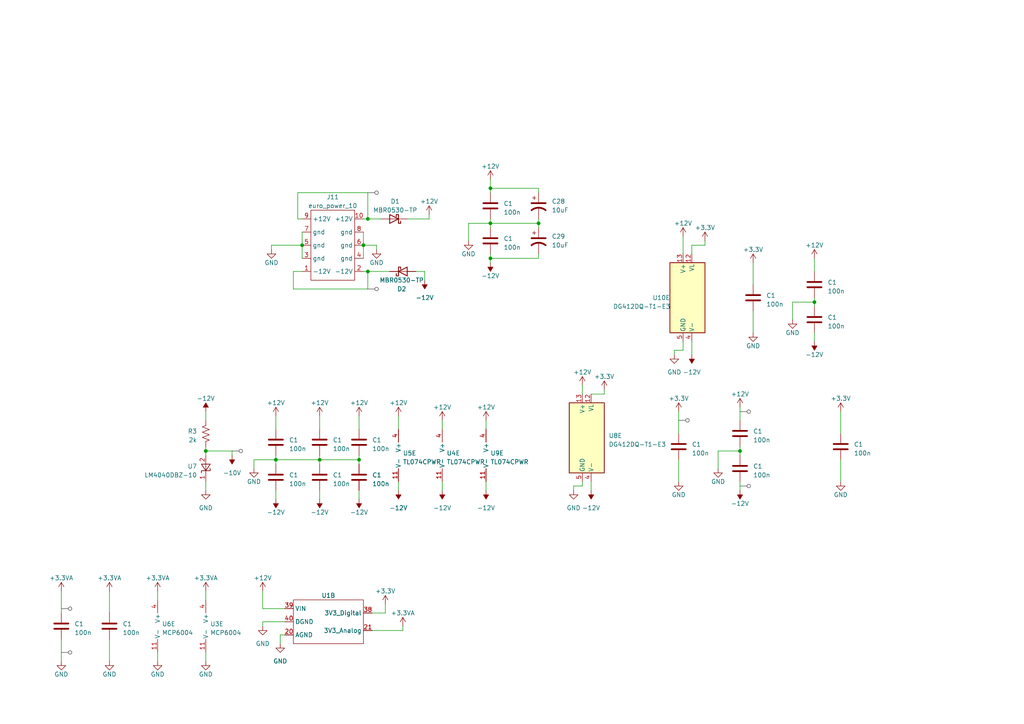
<source format=kicad_sch>
(kicad_sch (version 20230121) (generator eeschema)
  (paper "A4")
  (lib_symbols
    (symbol "Amplifier_Operational:MCP6004" (pin_names (offset 0.127))
      (property "Reference" "U" (at 0 5.08 0))
      (property "Value" "MCP6004" (at 0 -5.08 0))
      (symbol "MCP6004_1_1"
        (polyline (pts (xy -5.08 5.08) (xy 5.08 0) (xy -5.08 -5.08) (xy -5.08 5.08)) (stroke (width 0.254)) (fill (type background)))
        (pin output line (at 7.62 0 180) (length 2.54) (name "~") (number "1"))
        (pin input line (at -7.62 -2.54 0) (length 2.54) (name "-") (number "2"))
        (pin input line (at -7.62 2.54 0) (length 2.54) (name "+") (number "3"))
      )
      (symbol "MCP6004_2_1"
        (polyline (pts (xy -5.08 5.08) (xy 5.08 0) (xy -5.08 -5.08) (xy -5.08 5.08)) (stroke (width 0.254)) (fill (type background)))
        (pin input line (at -7.62 2.54 0) (length 2.54) (name "+") (number "5"))
        (pin input line (at -7.62 -2.54 0) (length 2.54) (name "-") (number "6"))
        (pin output line (at 7.62 0 180) (length 2.54) (name "~") (number "7"))
      )
      (symbol "MCP6004_3_1"
        (polyline (pts (xy -5.08 5.08) (xy 5.08 0) (xy -5.08 -5.08) (xy -5.08 5.08)) (stroke (width 0.254)) (fill (type background)))
        (pin input line (at -7.62 2.54 0) (length 2.54) (name "+") (number "10"))
        (pin output line (at 7.62 0 180) (length 2.54) (name "~") (number "8"))
        (pin input line (at -7.62 -2.54 0) (length 2.54) (name "-") (number "9"))
      )
      (symbol "MCP6004_4_1"
        (polyline (pts (xy -5.08 5.08) (xy 5.08 0) (xy -5.08 -5.08) (xy -5.08 5.08)) (stroke (width 0.254)) (fill (type background)))
        (pin input line (at -7.62 2.54 0) (length 2.54) (name "+") (number "12"))
        (pin input line (at -7.62 -2.54 0) (length 2.54) (name "-") (number "13"))
        (pin output line (at 7.62 0 180) (length 2.54) (name "~") (number "14"))
      )
      (symbol "MCP6004_5_1"
        (pin power_in line (at -2.54 -7.62 90) (length 3.81) (name "V-") (number "11"))
        (pin power_in line (at -2.54 7.62 270) (length 3.81) (name "V+") (number "4"))
      )
    )
    (symbol "Amplifier_Operational:TL074" (pin_names (offset 0.127))
      (property "Reference" "U" (at 0 5.08 0))
      (property "Value" "TL074" (at 0 -5.08 0))
      (symbol "TL074_1_1"
        (polyline (pts (xy -5.08 5.08) (xy 5.08 0) (xy -5.08 -5.08) (xy -5.08 5.08)) (stroke (width 0.254)) (fill (type background)))
        (pin output line (at 7.62 0 180) (length 2.54) (name "~") (number "1"))
        (pin input line (at -7.62 -2.54 0) (length 2.54) (name "-") (number "2"))
        (pin input line (at -7.62 2.54 0) (length 2.54) (name "+") (number "3"))
      )
      (symbol "TL074_2_1"
        (polyline (pts (xy -5.08 5.08) (xy 5.08 0) (xy -5.08 -5.08) (xy -5.08 5.08)) (stroke (width 0.254)) (fill (type background)))
        (pin input line (at -7.62 2.54 0) (length 2.54) (name "+") (number "5"))
        (pin input line (at -7.62 -2.54 0) (length 2.54) (name "-") (number "6"))
        (pin output line (at 7.62 0 180) (length 2.54) (name "~") (number "7"))
      )
      (symbol "TL074_3_1"
        (polyline (pts (xy -5.08 5.08) (xy 5.08 0) (xy -5.08 -5.08) (xy -5.08 5.08)) (stroke (width 0.254)) (fill (type background)))
        (pin input line (at -7.62 2.54 0) (length 2.54) (name "+") (number "10"))
        (pin output line (at 7.62 0 180) (length 2.54) (name "~") (number "8"))
        (pin input line (at -7.62 -2.54 0) (length 2.54) (name "-") (number "9"))
      )
      (symbol "TL074_4_1"
        (polyline (pts (xy -5.08 5.08) (xy 5.08 0) (xy -5.08 -5.08) (xy -5.08 5.08)) (stroke (width 0.254)) (fill (type background)))
        (pin input line (at -7.62 2.54 0) (length 2.54) (name "+") (number "12"))
        (pin input line (at -7.62 -2.54 0) (length 2.54) (name "-") (number "13"))
        (pin output line (at 7.62 0 180) (length 2.54) (name "~") (number "14"))
      )
      (symbol "TL074_5_1"
        (pin power_in line (at -2.54 -7.62 90) (length 3.81) (name "V-") (number "11"))
        (pin power_in line (at -2.54 7.62 270) (length 3.81) (name "V+") (number "4"))
      )
    )
    (symbol "Analog_Switch:DG412xUE" (pin_names (offset 0.254))
      (property "Reference" "U" (at -3.175 5.334 0))
      (property "Value" "DG412xUE" (at -3.175 3.556 0))
      (symbol "DG412xUE_1_1"
        (rectangle (start -3.81 2.54) (end 3.81 -2.54) (stroke (width 0.254)) (fill (type background)))
        (circle (center -2.159 0) (radius 0.508) (stroke (width 0.254)))
        (polyline (pts (xy -5.08 0) (xy -2.794 0)))
        (polyline (pts (xy -2.54 0.762) (xy 2.54 1.778)) (stroke (width 0.254)))
        (polyline (pts (xy 0 -2.54) (xy 0 -2.032)))
        (polyline (pts (xy 0 -1.778) (xy 0 -1.524)))
        (polyline (pts (xy 0 -1.27) (xy 0 -1.016)))
        (polyline (pts (xy 0 -0.762) (xy 0 -0.508)))
        (polyline (pts (xy 0 -0.254) (xy 0 0)))
        (polyline (pts (xy 0 0.254) (xy 0 0.508)))
        (polyline (pts (xy 0 0.762) (xy 0 1.016)))
        (polyline (pts (xy 5.08 0) (xy 2.794 0)))
        (circle (center 2.159 0) (radius 0.508) (stroke (width 0.254)))
        (pin input line (at 0 -5.08 90) (length 2.54) (name "~") (number "1"))
        (pin passive line (at -7.62 0 0) (length 2.54) (name "~") (number "2"))
        (pin passive line (at 7.62 0 180) (length 2.54) (name "~") (number "3"))
      )
      (symbol "DG412xUE_2_1"
        (rectangle (start -3.81 2.54) (end 3.81 -2.54) (stroke (width 0.254)) (fill (type background)))
        (circle (center -2.159 0) (radius 0.508) (stroke (width 0.254)))
        (polyline (pts (xy -5.08 0) (xy -2.794 0)))
        (polyline (pts (xy -2.54 0.762) (xy 2.54 1.778)) (stroke (width 0.254)))
        (polyline (pts (xy 0 -2.54) (xy 0 -2.032)))
        (polyline (pts (xy 0 -1.778) (xy 0 -1.524)))
        (polyline (pts (xy 0 -1.27) (xy 0 -1.016)))
        (polyline (pts (xy 0 -0.762) (xy 0 -0.508)))
        (polyline (pts (xy 0 -0.254) (xy 0 0)))
        (polyline (pts (xy 0 0.254) (xy 0 0.508)))
        (polyline (pts (xy 0 0.762) (xy 0 1.016)))
        (polyline (pts (xy 5.08 0) (xy 2.794 0)))
        (circle (center 2.159 0) (radius 0.508) (stroke (width 0.254)))
        (pin passive line (at -7.62 0 0) (length 2.54) (name "~") (number "6"))
        (pin passive line (at 7.62 0 180) (length 2.54) (name "~") (number "7"))
        (pin input line (at 0 -5.08 90) (length 2.54) (name "~") (number "8"))
      )
      (symbol "DG412xUE_3_1"
        (rectangle (start -3.81 2.54) (end 3.81 -2.54) (stroke (width 0.254)) (fill (type background)))
        (circle (center -2.159 0) (radius 0.508) (stroke (width 0.254)))
        (polyline (pts (xy -5.08 0) (xy -2.794 0)))
        (polyline (pts (xy -2.54 0.762) (xy 2.54 1.778)) (stroke (width 0.254)))
        (polyline (pts (xy 0 -2.54) (xy 0 -2.032)))
        (polyline (pts (xy 0 -1.778) (xy 0 -1.524)))
        (polyline (pts (xy 0 -1.27) (xy 0 -1.016)))
        (polyline (pts (xy 0 -0.762) (xy 0 -0.508)))
        (polyline (pts (xy 0 -0.254) (xy 0 0)))
        (polyline (pts (xy 0 0.254) (xy 0 0.508)))
        (polyline (pts (xy 0 0.762) (xy 0 1.016)))
        (polyline (pts (xy 5.08 0) (xy 2.794 0)))
        (circle (center 2.159 0) (radius 0.508) (stroke (width 0.254)))
        (pin passive line (at -7.62 0 0) (length 2.54) (name "~") (number "10"))
        (pin passive line (at 7.62 0 180) (length 2.54) (name "~") (number "11"))
        (pin input line (at 0 -5.08 90) (length 2.54) (name "~") (number "9"))
      )
      (symbol "DG412xUE_4_1"
        (rectangle (start -3.81 2.54) (end 3.81 -2.54) (stroke (width 0.254)) (fill (type background)))
        (circle (center -2.159 0) (radius 0.508) (stroke (width 0.254)))
        (polyline (pts (xy -5.08 0) (xy -2.794 0)))
        (polyline (pts (xy -2.54 0.762) (xy 2.54 1.778)) (stroke (width 0.254)))
        (polyline (pts (xy 0 -2.54) (xy 0 -2.032)))
        (polyline (pts (xy 0 -1.778) (xy 0 -1.524)))
        (polyline (pts (xy 0 -1.27) (xy 0 -1.016)))
        (polyline (pts (xy 0 -0.762) (xy 0 -0.508)))
        (polyline (pts (xy 0 -0.254) (xy 0 0)))
        (polyline (pts (xy 0 0.254) (xy 0 0.508)))
        (polyline (pts (xy 0 0.762) (xy 0 1.016)))
        (polyline (pts (xy 5.08 0) (xy 2.794 0)))
        (circle (center 2.159 0) (radius 0.508) (stroke (width 0.254)))
        (pin passive line (at 7.62 0 180) (length 2.54) (name "~") (number "14"))
        (pin passive line (at -7.62 0 0) (length 2.54) (name "~") (number "15"))
        (pin input line (at 0 -5.08 90) (length 2.54) (name "~") (number "16"))
      )
      (symbol "DG412xUE_5_0"
        (pin power_in line (at 2.54 12.7 270) (length 2.54) (name "VL") (number "12"))
        (pin power_in line (at 0 12.7 270) (length 2.54) (name "V+") (number "13"))
        (pin power_in line (at 2.54 -12.7 90) (length 2.54) (name "V-") (number "4"))
        (pin power_in line (at 0 -12.7 90) (length 2.54) (name "GND") (number "5"))
      )
      (symbol "DG412xUE_5_1"
        (rectangle (start -3.81 10.16) (end 6.35 -10.16) (stroke (width 0.254)) (fill (type background)))
      )
    )
    (symbol "Device:C" (pin_numbers hide) (pin_names (offset 0.254))
      (property "Reference" "C" (at 0.635 2.54 0))
      (property "Value" "C" (at 0.635 -2.54 0))
      (symbol "C_0_1"
        (polyline (pts (xy -2.032 -0.762) (xy 2.032 -0.762)) (stroke (width 0.508)))
        (polyline (pts (xy -2.032 0.762) (xy 2.032 0.762)) (stroke (width 0.508)))
      )
      (symbol "C_1_1"
        (pin passive line (at 0 3.81 270) (length 2.794) (name "~") (number "1"))
        (pin passive line (at 0 -3.81 90) (length 2.794) (name "~") (number "2"))
      )
    )
    (symbol "Device:C_Polarized_US" (pin_numbers hide) (pin_names (offset 0.254) hide)
      (property "Reference" "C" (at 0.635 2.54 0))
      (property "Value" "C_Polarized_US" (at 0.635 -2.54 0))
      (symbol "C_Polarized_US_0_1"
        (polyline (pts (xy -2.032 0.762) (xy 2.032 0.762)) (stroke (width 0.508)))
        (polyline (pts (xy -1.778 2.286) (xy -0.762 2.286)))
        (polyline (pts (xy -1.27 1.778) (xy -1.27 2.794)))
        (arc (start 2.032 -1.27) (mid 0 -0.5572) (end -2.032 -1.27) (stroke (width 0.508)))
      )
      (symbol "C_Polarized_US_1_1"
        (pin passive line (at 0 3.81 270) (length 2.794) (name "~") (number "1"))
        (pin passive line (at 0 -3.81 90) (length 3.302) (name "~") (number "2"))
      )
    )
    (symbol "Device:D_Schottky" (pin_numbers hide) (pin_names (offset 1.016) hide)
      (property "Reference" "D" (at 0 2.54 0))
      (property "Value" "D_Schottky" (at 0 -2.54 0))
      (symbol "D_Schottky_0_1"
        (polyline (pts (xy 1.27 0) (xy -1.27 0)))
        (polyline (pts (xy 1.27 1.27) (xy 1.27 -1.27) (xy -1.27 0) (xy 1.27 1.27)) (stroke (width 0.254)))
        (polyline (pts (xy -1.905 0.635) (xy -1.905 1.27) (xy -1.27 1.27) (xy -1.27 -1.27) (xy -0.635 -1.27) (xy -0.635 -0.635)) (stroke (width 0.254)))
      )
      (symbol "D_Schottky_1_1"
        (pin passive line (at -3.81 0 0) (length 2.54) (name "K") (number "1"))
        (pin passive line (at 3.81 0 180) (length 2.54) (name "A") (number "2"))
      )
    )
    (symbol "Device:R_US" (pin_numbers hide) (pin_names (offset 0))
      (property "Reference" "R" (at 2.54 0 90))
      (property "Value" "R_US" (at -2.54 0 90))
      (symbol "R_US_0_1"
        (polyline (pts (xy 0 -2.286) (xy 0 -2.54)))
        (polyline (pts (xy 0 2.286) (xy 0 2.54)))
        (polyline (pts (xy 0 -0.762) (xy 1.016 -1.143) (xy 0 -1.524) (xy -1.016 -1.905) (xy 0 -2.286)))
        (polyline (pts (xy 0 0.762) (xy 1.016 0.381) (xy 0 0) (xy -1.016 -0.381) (xy 0 -0.762)))
        (polyline (pts (xy 0 2.286) (xy 1.016 1.905) (xy 0 1.524) (xy -1.016 1.143) (xy 0 0.762)))
      )
      (symbol "R_US_1_1"
        (pin passive line (at 0 3.81 270) (length 1.27) (name "~") (number "1"))
        (pin passive line (at 0 -3.81 90) (length 1.27) (name "~") (number "2"))
      )
    )
    (symbol "Reference_Voltage:LM4040DBZ-10" (pin_names (offset 0.0254) hide)
      (property "Reference" "U" (at 0 2.54 0))
      (property "Value" "LM4040DBZ-10" (at 0 -3.175 0))
      (symbol "LM4040DBZ-10_0_1"
        (polyline (pts (xy -1.27 0) (xy 0 0) (xy 1.27 0)))
        (polyline (pts (xy -1.27 -1.27) (xy 0.635 0) (xy -1.27 1.27) (xy -1.27 -1.27)) (stroke (width 0.2032)))
        (polyline (pts (xy 0 -1.27) (xy 0.635 -1.27) (xy 0.635 1.27) (xy 1.27 1.27)) (stroke (width 0.2032)))
      )
      (symbol "LM4040DBZ-10_1_1"
        (pin passive line (at 3.81 0 180) (length 2.54) (name "K") (number "1"))
        (pin passive line (at -3.81 0 0) (length 2.54) (name "A") (number "2"))
      )
    )
    (symbol "power:+12V" (power) (pin_names (offset 0))
      (property "Value" "+12V" (at 0 3.556 0))
      (symbol "+12V_0_1"
        (polyline (pts (xy -0.762 1.27) (xy 0 2.54)))
        (polyline (pts (xy 0 0) (xy 0 2.54)))
        (polyline (pts (xy 0 2.54) (xy 0.762 1.27)))
      )
      (symbol "+12V_1_1"
        (pin power_in line (at 0 0 90) (length 0) hide (name "+12V") (number "1"))
      )
    )
    (symbol "power:+3.3V" (power) (pin_names (offset 0))
      (property "Value" "+3.3V" (at 0 3.556 0))
      (symbol "+3.3V_0_1"
        (polyline (pts (xy -0.762 1.27) (xy 0 2.54)))
        (polyline (pts (xy 0 0) (xy 0 2.54)))
        (polyline (pts (xy 0 2.54) (xy 0.762 1.27)))
      )
      (symbol "+3.3V_1_1"
        (pin power_in line (at 0 0 90) (length 0) hide (name "+3.3V") (number "1"))
      )
    )
    (symbol "power:+3.3VA" (power) (pin_names (offset 0))
      (property "Value" "+3.3VA" (at 0 3.556 0))
      (symbol "+3.3VA_0_1"
        (polyline (pts (xy -0.762 1.27) (xy 0 2.54)))
        (polyline (pts (xy 0 0) (xy 0 2.54)))
        (polyline (pts (xy 0 2.54) (xy 0.762 1.27)))
      )
      (symbol "+3.3VA_1_1"
        (pin power_in line (at 0 0 90) (length 0) hide (name "+3.3VA") (number "1"))
      )
    )
    (symbol "power:-10V" (power) (pin_names (offset 0))
      (property "Value" "-10V" (at 0 3.81 0))
      (symbol "-10V_0_0"
        (pin power_in line (at 0 0 90) (length 0) hide (name "-10V") (number "1"))
      )
      (symbol "-10V_0_1"
        (polyline (pts (xy 0 0) (xy 0 1.27) (xy 0.762 1.27) (xy 0 2.54) (xy -0.762 1.27) (xy 0 1.27)) (fill (type outline)))
      )
    )
    (symbol "power:-12V" (power) (pin_names (offset 0))
      (property "Value" "-12V" (at 0 3.81 0))
      (symbol "-12V_0_0"
        (pin power_in line (at 0 0 90) (length 0) hide (name "-12V") (number "1"))
      )
      (symbol "-12V_0_1"
        (polyline (pts (xy 0 0) (xy 0 1.27) (xy 0.762 1.27) (xy 0 2.54) (xy -0.762 1.27) (xy 0 1.27)) (fill (type outline)))
      )
    )
    (symbol "power:GND" (power) (pin_names (offset 0))
      (property "Value" "GND" (at 0 -3.81 0))
      (symbol "GND_0_1"
        (polyline (pts (xy 0 0) (xy 0 -1.27) (xy 1.27 -1.27) (xy 0 -2.54) (xy -1.27 -1.27) (xy 0 -1.27)))
      )
      (symbol "GND_1_1"
        (pin power_in line (at 0 0 270) (length 0) hide (name "GND") (number "1"))
      )
    )
    (symbol "synthesis:daisy_seed"
      (property "Reference" "U" (at -6.35 1.27 0))
      (symbol "daisy_seed_1_1"
        (rectangle (start -11.43 0) (end -11.43 0))
        (rectangle (start -11.43 0) (end 11.43 -43.18))
        (pin input line (at 13.97 -38.1 180) (length 2.54) (name "D0") (number "1"))
        (pin input line (at 13.97 -15.24 180) (length 2.54) (name "D9") (number "10"))
        (pin input line (at 13.97 -12.7 180) (length 2.54) (name "D10") (number "11"))
        (pin input line (at 13.97 -10.16 180) (length 2.54) (name "D11") (number "12"))
        (pin input line (at 13.97 -7.62 180) (length 2.54) (name "D12") (number "13"))
        (pin input line (at 13.97 -5.08 180) (length 2.54) (name "D13") (number "14"))
        (pin input line (at 13.97 -2.54 180) (length 2.54) (name "D14") (number "15"))
        (pin input line (at 13.97 -35.56 180) (length 2.54) (name "D1") (number "2"))
        (pin bidirectional line (at -13.97 -2.54 0) (length 2.54) (name "A0/D15") (number "22"))
        (pin bidirectional line (at -13.97 -5.08 0) (length 2.54) (name "A1/D16") (number "23"))
        (pin bidirectional line (at -13.97 -7.62 0) (length 2.54) (name "A2/D17") (number "24"))
        (pin bidirectional line (at -13.97 -10.16 0) (length 2.54) (name "A3/D18") (number "25"))
        (pin bidirectional line (at -13.97 -12.7 0) (length 2.54) (name "A4/D19") (number "26"))
        (pin bidirectional line (at -13.97 -15.24 0) (length 2.54) (name "A5/D20") (number "27"))
        (pin bidirectional line (at -13.97 -17.78 0) (length 2.54) (name "A6/D21") (number "28"))
        (pin bidirectional line (at -13.97 -20.32 0) (length 2.54) (name "A7/D22") (number "29"))
        (pin input line (at 13.97 -33.02 180) (length 2.54) (name "D2") (number "3"))
        (pin bidirectional line (at -13.97 -22.86 0) (length 2.54) (name "A8/D23") (number "30"))
        (pin bidirectional line (at -13.97 -25.4 0) (length 2.54) (name "A9/D24") (number "31"))
        (pin bidirectional line (at -13.97 -27.94 0) (length 2.54) (name "A10/D25") (number "32"))
        (pin bidirectional line (at -13.97 -30.48 0) (length 2.54) (name "D26") (number "33"))
        (pin bidirectional line (at -13.97 -33.02 0) (length 2.54) (name "D27") (number "34"))
        (pin bidirectional line (at -13.97 -35.56 0) (length 2.54) (name "A11/D28") (number "35"))
        (pin bidirectional line (at -13.97 -38.1 0) (length 2.54) (name "D29") (number "36"))
        (pin bidirectional line (at -13.97 -40.64 0) (length 2.54) (name "D30") (number "37"))
        (pin input line (at 13.97 -30.48 180) (length 2.54) (name "D3") (number "4"))
        (pin input line (at 13.97 -27.94 180) (length 2.54) (name "D4") (number "5"))
        (pin input line (at 13.97 -25.4 180) (length 2.54) (name "D5") (number "6"))
        (pin input line (at 13.97 -22.86 180) (length 2.54) (name "D6") (number "7"))
        (pin input line (at 13.97 -20.32 180) (length 2.54) (name "D7") (number "8"))
        (pin input line (at 13.97 -17.78 180) (length 2.54) (name "D8") (number "9"))
      )
      (symbol "daisy_seed_2_1"
        (rectangle (start -10.16 0) (end 10.16 -12.7))
        (pin power_in line (at -12.7 -10.16 0) (length 2.54) (name "AGND") (number "20"))
        (pin power_out line (at 12.7 -8.89 180) (length 2.54) (name "3V3_Analog") (number "21"))
        (pin power_out line (at 12.7 -3.81 180) (length 2.54) (name "3V3_Digital") (number "38"))
        (pin power_in line (at -12.7 -2.54 0) (length 2.54) (name "VIN") (number "39"))
        (pin power_in line (at -12.7 -6.35 0) (length 2.54) (name "DGND") (number "40"))
      )
      (symbol "daisy_seed_3_1"
        (rectangle (start -7.62 0) (end 7.62 -7.62))
        (pin input line (at -10.16 -2.54 0) (length 2.54) (name "in[0]") (number "16"))
        (pin input line (at -10.16 -5.08 0) (length 2.54) (name "in[1]") (number "17"))
        (pin output line (at 10.16 -2.54 180) (length 2.54) (name "out[0]") (number "18"))
        (pin output line (at 10.16 -5.08 180) (length 2.54) (name "out[1]") (number "19"))
      )
    )
    (symbol "synthesis:euro_power_10"
      (property "Reference" "J" (at -5.08 11.43 0))
      (property "Value" "euro_power_10" (at 0 -11.43 0))
      (symbol "euro_power_10_0_1"
        (rectangle (start -6.35 10.16) (end 6.35 -10.16))
      )
      (symbol "euro_power_10_1_1"
        (pin power_in line (at -8.89 -7.62 0) (length 2.54) (name "-12V") (number "1"))
        (pin power_in line (at 8.89 7.62 180) (length 2.54) (name "+12V") (number "10"))
        (pin power_in line (at 8.89 -7.62 180) (length 2.54) (name "-12V") (number "2"))
        (pin power_in line (at -8.89 -3.81 0) (length 2.54) (name "gnd") (number "3"))
        (pin power_in line (at 8.89 -3.81 180) (length 2.54) (name "gnd") (number "4"))
        (pin power_in line (at -8.89 0 0) (length 2.54) (name "gnd") (number "5"))
        (pin power_in line (at 8.89 0 180) (length 2.54) (name "gnd") (number "6"))
        (pin power_in line (at -8.89 3.81 0) (length 2.54) (name "gnd") (number "7"))
        (pin power_in line (at 8.89 3.81 180) (length 2.54) (name "gnd") (number "8"))
        (pin power_in line (at -8.89 7.62 0) (length 2.54) (name "+12V") (number "9"))
      )
    )
  )
  (junction (at 92.71 133.35))
  (junction (at 106.68 63.5))
  (junction (at 142.24 64.77))
  (junction (at 236.22 87.63))
  (junction (at 106.68 78.74))
  (junction (at 214.63 130.81))
  (junction (at 80.01 133.35))
  (junction (at 142.24 74.93))
  (junction (at 142.24 54.61))
  (junction (at 87.63 71.12))
  (junction (at 156.21 64.77))
  (junction (at 59.69 130.81))
  (junction (at 104.14 133.35))
  (junction (at 105.41 71.12))
  (wire (pts (xy 200.66 71.12) (xy 200.66 73.66)))
  (wire (pts (xy 76.2 171.45) (xy 76.2 176.53)))
  (wire (pts (xy 104.14 120.65) (xy 104.14 124.46)))
  (wire (pts (xy 198.12 99.06) (xy 198.12 101.6)))
  (wire (pts (xy 115.57 139.7) (xy 115.57 142.24)))
  (wire (pts (xy 142.24 64.77) (xy 135.89 64.77)))
  (wire (pts (xy 198.12 101.6) (xy 195.58 101.6)))
  (wire (pts (xy 82.55 180.34) (xy 76.2 180.34)))
  (wire (pts (xy 109.22 71.12) (xy 105.41 71.12)))
  (wire (pts (xy 87.63 78.74) (xy 85.09 78.74)))
  (wire (pts (xy 106.68 55.88) (xy 106.68 63.5)))
  (wire (pts (xy 106.68 78.74) (xy 113.03 78.74)))
  (wire (pts (xy 200.66 71.12) (xy 204.47 71.12)))
  (wire (pts (xy 76.2 180.34) (xy 76.2 181.61)))
  (wire (pts (xy 236.22 87.63) (xy 229.87 87.63)))
  (wire (pts (xy 120.65 78.74) (xy 123.19 78.74)))
  (wire (pts (xy 236.22 74.93) (xy 236.22 78.74)))
  (wire (pts (xy 17.78 171.45) (xy 17.78 177.8)))
  (wire (pts (xy 92.71 133.35) (xy 104.14 133.35)))
  (wire (pts (xy 104.14 142.24) (xy 104.14 144.78)))
  (wire (pts (xy 87.63 63.5) (xy 86.36 63.5)))
  (wire (pts (xy 105.41 67.31) (xy 105.41 71.12)))
  (wire (pts (xy 67.31 130.81) (xy 67.31 132.08)))
  (wire (pts (xy 166.37 140.97) (xy 166.37 142.24)))
  (wire (pts (xy 116.84 182.88) (xy 116.84 181.61)))
  (wire (pts (xy 104.14 132.08) (xy 104.14 133.35)))
  (wire (pts (xy 86.36 55.88) (xy 106.68 55.88)))
  (wire (pts (xy 45.72 171.45) (xy 45.72 173.99)))
  (wire (pts (xy 175.26 113.03) (xy 175.26 114.3)))
  (wire (pts (xy 73.66 133.35) (xy 80.01 133.35)))
  (wire (pts (xy 80.01 142.24) (xy 80.01 144.78)))
  (wire (pts (xy 59.69 130.81) (xy 67.31 130.81)))
  (wire (pts (xy 142.24 73.66) (xy 142.24 74.93)))
  (wire (pts (xy 118.11 63.5) (xy 124.46 63.5)))
  (wire (pts (xy 196.85 119.38) (xy 196.85 125.73)))
  (wire (pts (xy 106.68 63.5) (xy 110.49 63.5)))
  (wire (pts (xy 107.95 182.88) (xy 116.84 182.88)))
  (wire (pts (xy 59.69 139.7) (xy 59.69 142.24)))
  (wire (pts (xy 142.24 64.77) (xy 156.21 64.77)))
  (wire (pts (xy 109.22 72.39) (xy 109.22 71.12)))
  (wire (pts (xy 80.01 133.35) (xy 80.01 134.62)))
  (wire (pts (xy 105.41 78.74) (xy 106.68 78.74)))
  (wire (pts (xy 123.19 78.74) (xy 123.19 81.28)))
  (wire (pts (xy 142.24 52.07) (xy 142.24 54.61)))
  (wire (pts (xy 73.66 135.89) (xy 73.66 133.35)))
  (wire (pts (xy 59.69 130.81) (xy 59.69 132.08)))
  (wire (pts (xy 236.22 87.63) (xy 236.22 88.9)))
  (wire (pts (xy 105.41 71.12) (xy 105.41 74.93)))
  (wire (pts (xy 198.12 68.58) (xy 198.12 73.66)))
  (wire (pts (xy 142.24 54.61) (xy 156.21 54.61)))
  (wire (pts (xy 156.21 63.5) (xy 156.21 64.77)))
  (wire (pts (xy 107.95 177.8) (xy 111.76 177.8)))
  (wire (pts (xy 140.97 139.7) (xy 140.97 142.24)))
  (wire (pts (xy 59.69 129.54) (xy 59.69 130.81)))
  (wire (pts (xy 214.63 118.11) (xy 214.63 121.92)))
  (wire (pts (xy 128.27 121.92) (xy 128.27 124.46)))
  (wire (pts (xy 80.01 132.08) (xy 80.01 133.35)))
  (wire (pts (xy 104.14 133.35) (xy 104.14 134.62)))
  (wire (pts (xy 214.63 139.7) (xy 214.63 142.24)))
  (wire (pts (xy 214.63 130.81) (xy 214.63 132.08)))
  (wire (pts (xy 106.68 63.5) (xy 105.41 63.5)))
  (wire (pts (xy 156.21 64.77) (xy 156.21 66.04)))
  (wire (pts (xy 85.09 83.82) (xy 106.68 83.82)))
  (wire (pts (xy 214.63 129.54) (xy 214.63 130.81)))
  (wire (pts (xy 218.44 76.2) (xy 218.44 82.55)))
  (wire (pts (xy 128.27 139.7) (xy 128.27 142.24)))
  (wire (pts (xy 243.84 119.38) (xy 243.84 125.73)))
  (wire (pts (xy 59.69 171.45) (xy 59.69 173.99)))
  (wire (pts (xy 87.63 71.12) (xy 78.74 71.12)))
  (wire (pts (xy 111.76 175.26) (xy 111.76 177.8)))
  (wire (pts (xy 140.97 121.92) (xy 140.97 124.46)))
  (wire (pts (xy 171.45 114.3) (xy 175.26 114.3)))
  (wire (pts (xy 80.01 120.65) (xy 80.01 124.46)))
  (wire (pts (xy 92.71 132.08) (xy 92.71 133.35)))
  (wire (pts (xy 218.44 90.17) (xy 218.44 96.52)))
  (wire (pts (xy 243.84 133.35) (xy 243.84 139.7)))
  (wire (pts (xy 92.71 120.65) (xy 92.71 124.46)))
  (wire (pts (xy 156.21 74.93) (xy 156.21 73.66)))
  (wire (pts (xy 208.28 130.81) (xy 208.28 135.89)))
  (wire (pts (xy 229.87 87.63) (xy 229.87 92.71)))
  (wire (pts (xy 31.75 171.45) (xy 31.75 177.8)))
  (wire (pts (xy 45.72 189.23) (xy 45.72 191.77)))
  (wire (pts (xy 78.74 71.12) (xy 78.74 72.39)))
  (wire (pts (xy 124.46 63.5) (xy 124.46 62.23)))
  (wire (pts (xy 142.24 74.93) (xy 156.21 74.93)))
  (wire (pts (xy 142.24 74.93) (xy 142.24 76.2)))
  (wire (pts (xy 86.36 63.5) (xy 86.36 55.88)))
  (wire (pts (xy 156.21 55.88) (xy 156.21 54.61)))
  (wire (pts (xy 168.91 140.97) (xy 166.37 140.97)))
  (wire (pts (xy 92.71 142.24) (xy 92.71 144.78)))
  (wire (pts (xy 59.69 119.38) (xy 59.69 121.92)))
  (wire (pts (xy 92.71 133.35) (xy 92.71 134.62)))
  (wire (pts (xy 142.24 64.77) (xy 142.24 66.04)))
  (wire (pts (xy 196.85 133.35) (xy 196.85 139.7)))
  (wire (pts (xy 76.2 176.53) (xy 82.55 176.53)))
  (wire (pts (xy 31.75 185.42) (xy 31.75 191.77)))
  (wire (pts (xy 115.57 120.65) (xy 115.57 124.46)))
  (wire (pts (xy 106.68 83.82) (xy 106.68 78.74)))
  (wire (pts (xy 87.63 71.12) (xy 87.63 74.93)))
  (wire (pts (xy 168.91 111.76) (xy 168.91 114.3)))
  (wire (pts (xy 195.58 101.6) (xy 195.58 102.87)))
  (wire (pts (xy 135.89 64.77) (xy 135.89 69.85)))
  (wire (pts (xy 80.01 133.35) (xy 92.71 133.35)))
  (wire (pts (xy 171.45 139.7) (xy 171.45 142.24)))
  (wire (pts (xy 236.22 86.36) (xy 236.22 87.63)))
  (wire (pts (xy 168.91 139.7) (xy 168.91 140.97)))
  (wire (pts (xy 81.28 184.15) (xy 82.55 184.15)))
  (wire (pts (xy 214.63 130.81) (xy 208.28 130.81)))
  (wire (pts (xy 87.63 67.31) (xy 87.63 71.12)))
  (wire (pts (xy 142.24 54.61) (xy 142.24 55.88)))
  (wire (pts (xy 59.69 189.23) (xy 59.69 191.77)))
  (wire (pts (xy 200.66 99.06) (xy 200.66 102.87)))
  (wire (pts (xy 204.47 69.85) (xy 204.47 71.12)))
  (wire (pts (xy 81.28 184.15) (xy 81.28 186.69)))
  (wire (pts (xy 236.22 96.52) (xy 236.22 99.06)))
  (wire (pts (xy 17.78 185.42) (xy 17.78 191.77)))
  (wire (pts (xy 85.09 78.74) (xy 85.09 83.82)))
  (wire (pts (xy 142.24 63.5) (xy 142.24 64.77)))
  (netclass_flag "" (length 2.54) (shape round) (at 106.68 55.88 270) (property "Netclass" "POWER" (effects hide)))
  (netclass_flag "" (length 2.54) (shape round) (at 196.85 121.92 270) (property "Netclass" "POWER" (effects hide)))
  (netclass_flag "" (length 2.54) (shape round) (at 214.63 119.38 270) (property "Netclass" "POWER" (effects hide)))
  (netclass_flag "" (length 2.54) (shape round) (at 17.78 176.53 270) (property "Netclass" "POWER" (effects hide)))
  (netclass_flag "" (length 2.54) (shape round) (at 67.31 130.81 270) (property "Netclass" "POWER" (effects hide)))
  (netclass_flag "" (length 2.54) (shape round) (at 17.78 189.23 270) (property "Netclass" "POWER" (effects hide)))
  (netclass_flag "" (length 2.54) (shape round) (at 214.63 140.97 270) (property "Netclass" "POWER" (effects hide)))
  (netclass_flag "" (length 2.54) (shape round) (at 106.68 83.82 270) (property "Netclass" "POWER" (effects hide)))
  (symbol (lib_id "power:+3.3VA") (at 17.78 171.45 0) (unit 1)
    (property "Reference" "#PWR01" (effects hide))
    (property "Value" "+3.3VA" (at 17.78 167.64 0))
    (instances (project "daisy_euro" (path "" (reference "#PWR01") (unit 1)) (path "" (reference "#PWR079") (unit 1))))
  )
  (symbol (lib_id "power:-10V") (at 67.31 132.08 180) (unit 1)
    (property "Reference" "#PWR046" (effects hide))
    (property "Value" "-10V" (at 67.31 137.16 0))
  )
  (symbol (lib_id "Device:C") (at 214.63 125.73 0) (unit 1)
    (property "Reference" "C1" (at 218.44 125.095 0) (effects (justify left)))
    (property "Value" "100n" (at 218.44 127.635 0) (effects (justify left)))
    (property "Footprint" "Capacitor_SMD:C_0603_1608Metric" (effects hide))
    (instances (project "daisy_euro" (path "" (reference "C1") (unit 1)) (path "" (reference "C1") (unit 1)) (path "" (reference "C16") (unit 1)) (path "" (reference "C24") (unit 1))))
  )
  (symbol (lib_id "power:GND") (at 31.75 191.77 0) (unit 1)
    (property "Reference" "#PWR03" (effects hide))
    (property "Value" "GND" (at 31.75 195.58 0))
    (instances (project "daisy_euro" (path "" (reference "#PWR03") (unit 1)) (path "" (reference "#PWR077") (unit 1))))
  )
  (symbol (lib_id "power:GND") (at 218.44 96.52 0) (unit 1)
    (property "Reference" "#PWR03" (effects hide))
    (property "Value" "GND" (at 218.44 100.33 0))
    (instances (project "daisy_euro" (path "" (reference "#PWR03") (unit 1)) (path "" (reference "#PWR0117") (unit 1))))
  )
  (symbol (lib_id "power:+3.3V") (at 243.84 119.38 0) (unit 1)
    (property "Reference" "#PWR02" (effects hide))
    (property "Value" "+3.3V" (at 243.84 115.57 0))
    (instances (project "daisy_euro" (path "" (reference "#PWR02") (unit 1)) (path "" (reference "#PWR0109") (unit 1))))
  )
  (symbol (lib_id "power:+3.3VA") (at 31.75 171.45 0) (unit 1)
    (property "Reference" "#PWR01" (effects hide))
    (property "Value" "+3.3VA" (at 31.75 167.64 0))
    (instances (project "daisy_euro" (path "" (reference "#PWR01") (unit 1)) (path "" (reference "#PWR080") (unit 1))))
  )
  (symbol (lib_id "power:+12V") (at 76.2 171.45 0) (unit 1)
    (property "Reference" "#PWR01" (effects hide))
    (property "Value" "+12V" (at 76.2 167.64 0))
  )
  (symbol (lib_id "power:+3.3V") (at 111.76 175.26 0) (unit 1)
    (property "Reference" "#PWR02" (effects hide))
    (property "Value" "+3.3V" (at 111.76 171.45 0))
    (instances (project "daisy_euro" (path "" (reference "#PWR02") (unit 1)) (path "" (reference "#PWR04") (unit 1))))
  )
  (symbol (lib_id "power:+12V") (at 140.97 121.92 0) (unit 1)
    (property "Reference" "#PWR096" (effects hide))
    (property "Value" "+12V" (at 140.97 118.11 0))
  )
  (symbol (lib_id "power:-12V") (at 128.27 142.24 180) (unit 1)
    (property "Reference" "#PWR067" (effects hide))
    (property "Value" "-12V" (at 128.27 147.32 0))
  )
  (symbol (lib_id "Device:C") (at 92.71 128.27 0) (unit 1)
    (property "Reference" "C1" (at 96.52 127.635 0) (effects (justify left)))
    (property "Value" "100n" (at 96.52 130.175 0) (effects (justify left)))
    (property "Footprint" "Capacitor_SMD:C_0603_1608Metric" (effects hide))
    (instances (project "daisy_euro" (path "" (reference "C1") (unit 1)) (path "" (reference "C1") (unit 1)) (path "" (reference "C16") (unit 1)) (path "" (reference "C17") (unit 1))))
  )
  (symbol (lib_id "power:-12V") (at 171.45 142.24 180) (unit 1)
    (property "Reference" "#PWR082" (effects hide))
    (property "Value" "-12V" (at 171.45 147.32 0))
  )
  (symbol (lib_id "Device:C") (at 104.14 128.27 0) (unit 1)
    (property "Reference" "C1" (at 107.95 127.635 0) (effects (justify left)))
    (property "Value" "100n" (at 107.95 130.175 0) (effects (justify left)))
    (property "Footprint" "Capacitor_SMD:C_0603_1608Metric" (effects hide))
    (instances (project "daisy_euro" (path "" (reference "C1") (unit 1)) (path "" (reference "C1") (unit 1)) (path "" (reference "C16") (unit 1)) (path "" (reference "C33") (unit 1))))
  )
  (symbol (lib_id "power:+3.3V") (at 175.26 113.03 0) (unit 1)
    (property "Reference" "#PWR02" (effects hide))
    (property "Value" "+3.3V" (at 175.26 109.22 0))
    (instances (project "daisy_euro" (path "" (reference "#PWR02") (unit 1)) (path "" (reference "#PWR084") (unit 1))))
  )
  (symbol (lib_id "Device:C") (at 142.24 69.85 0) (unit 1)
    (property "Reference" "C1" (at 146.05 69.215 0) (effects (justify left)))
    (property "Value" "100n" (at 146.05 71.755 0) (effects (justify left)))
    (property "Footprint" "Capacitor_SMD:C_0603_1608Metric" (effects hide))
    (instances (project "daisy_euro" (path "" (reference "C1") (unit 1)) (path "" (reference "C1") (unit 1)) (path "" (reference "C16") (unit 1)) (path "" (reference "C27") (unit 1))))
  )
  (symbol (lib_id "Amplifier_Operational:TL074") (at 118.11 132.08 0) (unit 5)
    (property "Reference" "U5" (at 116.84 131.445 0) (effects (justify left)))
    (property "Value" "TL074CPWR" (at 116.84 133.985 0) (effects (justify left)))
    (property "Footprint" "Package_SO:TSSOP-14_4.4x5mm_P0.65mm" (effects hide))
    (property "Datasheet" "http://www.ti.com/lit/ds/symlink/tl071.pdf" (effects hide))
  )
  (symbol (lib_id "power:+12V") (at 124.46 62.23 0) (unit 1)
    (property "Reference" "#PWR091" (effects hide))
    (property "Value" "+12V" (at 124.46 58.42 0))
  )
  (symbol (lib_id "synthesis:euro_power_10") (at 96.52 71.12 0) (unit 1)
    (property "Reference" "J11" (at 96.52 57.15 0))
    (property "Value" "euro_power_10" (at 96.52 59.69 0))
    (property "Footprint" "synthesis:eurorack_10" (effects hide))
  )
  (symbol (lib_id "Device:C") (at 196.85 129.54 0) (unit 1)
    (property "Reference" "C1" (at 200.66 128.905 0) (effects (justify left)))
    (property "Value" "100n" (at 200.66 131.445 0) (effects (justify left)))
    (property "Footprint" "Capacitor_SMD:C_0603_1608Metric" (effects hide))
    (instances (project "daisy_euro" (path "" (reference "C1") (unit 1)) (path "" (reference "C1") (unit 1)) (path "" (reference "C16") (unit 1)) (path "" (reference "C23") (unit 1))))
  )
  (symbol (lib_id "power:+3.3VA") (at 59.69 171.45 0) (unit 1)
    (property "Reference" "#PWR01" (effects hide))
    (property "Value" "+3.3VA" (at 59.69 167.64 0))
    (instances (project "daisy_euro" (path "" (reference "#PWR01") (unit 1)) (path "" (reference "#PWR070") (unit 1))))
  )
  (symbol (lib_id "power:+3.3V") (at 218.44 76.2 0) (unit 1)
    (property "Reference" "#PWR02" (effects hide))
    (property "Value" "+3.3V" (at 218.44 72.39 0))
    (instances (project "daisy_euro" (path "" (reference "#PWR02") (unit 1)) (path "" (reference "#PWR0116") (unit 1))))
  )
  (symbol (lib_id "Device:D_Schottky") (at 114.3 63.5 180) (unit 1)
    (property "Reference" "D1" (at 114.6175 58.42 0))
    (property "Value" "MBR0530-TP" (at 114.6175 60.96 0))
    (property "Footprint" "Diode_SMD:D_SOD-123" (effects hide))
  )
  (symbol (lib_id "Device:D_Schottky") (at 116.84 78.74 0) (mirror x) (unit 1)
    (property "Reference" "D2" (at 116.5225 83.82 0))
    (property "Value" "MBR0530-TP" (at 116.5225 81.28 0))
    (property "Footprint" "Diode_SMD:D_SOD-123" (effects hide))
  )
  (symbol (lib_id "Device:C") (at 236.22 82.55 0) (unit 1)
    (property "Reference" "C1" (at 240.03 81.915 0) (effects (justify left)))
    (property "Value" "100n" (at 240.03 84.455 0) (effects (justify left)))
    (property "Footprint" "Capacitor_SMD:C_0603_1608Metric" (effects hide))
    (instances (project "daisy_euro" (path "" (reference "C1") (unit 1)) (path "" (reference "C1") (unit 1)) (path "" (reference "C16") (unit 1)) (path "" (reference "C36") (unit 1))))
  )
  (symbol (lib_id "Device:C") (at 31.75 181.61 0) (unit 1)
    (property "Reference" "C1" (at 35.56 180.975 0) (effects (justify left)))
    (property "Value" "100n" (at 35.56 183.515 0) (effects (justify left)))
    (property "Footprint" "Capacitor_SMD:C_0603_1608Metric" (effects hide))
    (instances (project "daisy_euro" (path "" (reference "C1") (unit 1)) (path "" (reference "C1") (unit 1)) (path "" (reference "C16") (unit 1)) (path "" (reference "C22") (unit 1))))
  )
  (symbol (lib_id "power:+12V") (at 236.22 74.93 0) (unit 1)
    (property "Reference" "#PWR0119" (effects hide))
    (property "Value" "+12V" (at 236.22 71.12 0))
  )
  (symbol (lib_id "power:GND") (at 135.89 69.85 0) (unit 1)
    (property "Reference" "#PWR03" (effects hide))
    (property "Value" "GND" (at 135.89 73.66 0))
    (instances (project "daisy_euro" (path "" (reference "#PWR03") (unit 1)) (path "" (reference "#PWR098") (unit 1))))
  )
  (symbol (lib_id "power:GND") (at 78.74 72.39 0) (unit 1)
    (property "Reference" "#PWR03" (effects hide))
    (property "Value" "GND" (at 78.74 76.2 0))
    (instances (project "daisy_euro" (path "" (reference "#PWR03") (unit 1)) (path "" (reference "#PWR094") (unit 1))))
  )
  (symbol (lib_id "Device:C_Polarized_US") (at 156.21 69.85 0) (unit 1)
    (property "Reference" "C29" (at 160.02 68.58 0) (effects (justify left)))
    (property "Value" "10uF" (at 160.02 71.12 0) (effects (justify left)))
    (property "Footprint" "Capacitor_SMD:CP_Elec_5x5.4" (effects hide))
  )
  (symbol (lib_id "power:+12V") (at 115.57 120.65 0) (unit 1)
    (property "Reference" "#PWR044" (effects hide))
    (property "Value" "+12V" (at 115.57 116.84 0))
  )
  (symbol (lib_id "power:-12V") (at 236.22 99.06 180) (unit 1)
    (property "Reference" "#PWR0120" (effects hide))
    (property "Value" "-12V" (at 236.22 102.87 0))
  )
  (symbol (lib_id "power:-12V") (at 59.69 119.38 0) (unit 1)
    (property "Reference" "#PWR045" (effects hide))
    (property "Value" "-12V" (at 59.69 115.57 0))
  )
  (symbol (lib_id "power:GND") (at 109.22 72.39 0) (unit 1)
    (property "Reference" "#PWR03" (effects hide))
    (property "Value" "GND" (at 109.22 76.2 0))
    (instances (project "daisy_euro" (path "" (reference "#PWR03") (unit 1)) (path "" (reference "#PWR095") (unit 1))))
  )
  (symbol (lib_id "Device:C") (at 80.01 138.43 0) (unit 1)
    (property "Reference" "C1" (at 83.82 137.795 0) (effects (justify left)))
    (property "Value" "100n" (at 83.82 140.335 0) (effects (justify left)))
    (property "Footprint" "Capacitor_SMD:C_0603_1608Metric" (effects hide))
    (instances (project "daisy_euro" (path "" (reference "C1") (unit 1)) (path "" (reference "C1") (unit 1)) (path "" (reference "C16") (unit 1)) (path "" (reference "C20") (unit 1))))
  )
  (symbol (lib_id "power:+3.3VA") (at 116.84 181.61 0) (unit 1)
    (property "Reference" "#PWR01" (effects hide))
    (property "Value" "+3.3VA" (at 116.84 177.8 0))
    (instances (project "daisy_euro" (path "" (reference "#PWR01") (unit 1)) (path "" (reference "#PWR05") (unit 1))))
  )
  (symbol (lib_id "power:GND") (at 76.2 181.61 0) (unit 1)
    (property "Reference" "#PWR03" (effects hide))
    (property "Value" "GND" (at 76.2 186.69 0))
    (instances (project "daisy_euro" (path "" (reference "#PWR03") (unit 1)) (path "" (reference "#PWR02") (unit 1))))
  )
  (symbol (lib_id "power:GND") (at 208.28 135.89 0) (unit 1)
    (property "Reference" "#PWR03" (effects hide))
    (property "Value" "GND" (at 208.28 139.7 0))
    (instances (project "daisy_euro" (path "" (reference "#PWR03") (unit 1)) (path "" (reference "#PWR089") (unit 1))))
  )
  (symbol (lib_id "Amplifier_Operational:TL074") (at 143.51 132.08 0) (unit 5)
    (property "Reference" "U9" (at 142.24 131.445 0) (effects (justify left)))
    (property "Value" "TL074CPWR" (at 142.24 133.985 0) (effects (justify left)))
    (property "Footprint" "Package_SO:TSSOP-14_4.4x5mm_P0.65mm" (effects hide))
    (property "Datasheet" "http://www.ti.com/lit/ds/symlink/tl071.pdf" (effects hide))
  )
  (symbol (lib_id "power:-12V") (at 142.24 76.2 180) (unit 1)
    (property "Reference" "#PWR0100" (effects hide))
    (property "Value" "-12V" (at 142.24 80.01 0))
  )
  (symbol (lib_id "Device:C_Polarized_US") (at 156.21 59.69 0) (unit 1)
    (property "Reference" "C28" (at 160.02 58.42 0) (effects (justify left)))
    (property "Value" "10uF" (at 160.02 60.96 0) (effects (justify left)))
    (property "Footprint" "Capacitor_SMD:CP_Elec_5x5.4" (effects hide))
  )
  (symbol (lib_id "power:+12V") (at 142.24 52.07 0) (unit 1)
    (property "Reference" "#PWR099" (effects hide))
    (property "Value" "+12V" (at 142.24 48.26 0))
  )
  (symbol (lib_id "power:-12V") (at 214.63 142.24 180) (unit 1)
    (property "Reference" "#PWR088" (effects hide))
    (property "Value" "-12V" (at 214.63 146.05 0))
  )
  (symbol (lib_id "power:GND") (at 17.78 191.77 0) (unit 1)
    (property "Reference" "#PWR03" (effects hide))
    (property "Value" "GND" (at 17.78 195.58 0))
    (instances (project "daisy_euro" (path "" (reference "#PWR03") (unit 1)) (path "" (reference "#PWR078") (unit 1))))
  )
  (symbol (lib_id "power:GND") (at 81.28 186.69 0) (unit 1)
    (property "Reference" "#PWR04" (effects hide))
    (property "Value" "GND" (at 81.28 191.77 0))
    (instances (project "daisy_euro" (path "" (reference "#PWR04") (unit 1)) (path "" (reference "#PWR03") (unit 1))))
  )
  (symbol (lib_id "Analog_Switch:DG412xUE") (at 198.12 86.36 0) (unit 5)
    (property "Reference" "U10" (at 189.23 86.36 0) (effects (justify left)))
    (property "Value" "DG412DQ-T1-E3" (at 177.8 88.9 0) (effects (justify left)))
    (property "Footprint" "Package_SO:TSSOP-16_4.4x5mm_P0.65mm" (effects hide))
    (property "Datasheet" "https://datasheets.maximintegrated.com/en/ds/DG411-DG413.pdf" (effects hide))
  )
  (symbol (lib_id "Amplifier_Operational:MCP6004") (at 62.23 181.61 0) (unit 5)
    (property "Reference" "U3" (at 60.96 180.975 0) (effects (justify left)))
    (property "Value" "MCP6004" (at 60.96 183.515 0) (effects (justify left)))
    (property "Footprint" "Package_SO:TSSOP-14_4.4x5mm_P0.65mm" (effects hide))
    (property "Datasheet" "http://ww1.microchip.com/downloads/en/DeviceDoc/21733j.pdf" (effects hide))
  )
  (symbol (lib_id "power:+3.3V") (at 196.85 119.38 0) (unit 1)
    (property "Reference" "#PWR02" (effects hide))
    (property "Value" "+3.3V" (at 196.85 115.57 0))
    (instances (project "daisy_euro" (path "" (reference "#PWR02") (unit 1)) (path "" (reference "#PWR085") (unit 1))))
  )
  (symbol (lib_id "power:+12V") (at 168.91 111.76 0) (unit 1)
    (property "Reference" "#PWR081" (effects hide))
    (property "Value" "+12V" (at 168.91 107.95 0))
  )
  (symbol (lib_id "power:+12V") (at 214.63 118.11 0) (unit 1)
    (property "Reference" "#PWR087" (effects hide))
    (property "Value" "+12V" (at 214.63 114.3 0))
  )
  (symbol (lib_id "Amplifier_Operational:MCP6004") (at 48.26 181.61 0) (unit 5)
    (property "Reference" "U6" (at 46.99 180.975 0) (effects (justify left)))
    (property "Value" "MCP6004" (at 46.99 183.515 0) (effects (justify left)))
    (property "Footprint" "Package_SO:TSSOP-14_4.4x5mm_P0.65mm" (effects hide))
    (property "Datasheet" "http://ww1.microchip.com/downloads/en/DeviceDoc/21733j.pdf" (effects hide))
  )
  (symbol (lib_id "power:GND") (at 59.69 191.77 0) (unit 1)
    (property "Reference" "#PWR03" (effects hide))
    (property "Value" "GND" (at 59.69 195.58 0))
    (instances (project "daisy_euro" (path "" (reference "#PWR03") (unit 1)) (path "" (reference "#PWR069") (unit 1))))
  )
  (symbol (lib_id "Device:C") (at 142.24 59.69 0) (unit 1)
    (property "Reference" "C1" (at 146.05 59.055 0) (effects (justify left)))
    (property "Value" "100n" (at 146.05 61.595 0) (effects (justify left)))
    (property "Footprint" "Capacitor_SMD:C_0603_1608Metric" (effects hide))
    (instances (project "daisy_euro" (path "" (reference "C1") (unit 1)) (path "" (reference "C1") (unit 1)) (path "" (reference "C16") (unit 1)) (path "" (reference "C26") (unit 1))))
  )
  (symbol (lib_id "power:+3.3V") (at 204.47 69.85 0) (unit 1)
    (property "Reference" "#PWR02" (effects hide))
    (property "Value" "+3.3V" (at 204.47 66.04 0))
    (instances (project "daisy_euro" (path "" (reference "#PWR02") (unit 1)) (path "" (reference "#PWR0113") (unit 1))))
  )
  (symbol (lib_id "power:+12V") (at 80.01 120.65 0) (unit 1)
    (property "Reference" "#PWR075" (effects hide))
    (property "Value" "+12V" (at 80.01 116.84 0))
  )
  (symbol (lib_id "power:-12V") (at 80.01 144.78 180) (unit 1)
    (property "Reference" "#PWR073" (effects hide))
    (property "Value" "-12V" (at 80.01 148.59 0))
  )
  (symbol (lib_id "power:-12V") (at 115.57 142.24 180) (unit 1)
    (property "Reference" "#PWR066" (effects hide))
    (property "Value" "-12V" (at 115.57 147.32 0))
  )
  (symbol (lib_id "Device:R_US") (at 59.69 125.73 0) (mirror y) (unit 1)
    (property "Reference" "R3" (at 57.15 125.095 0) (effects (justify left)))
    (property "Value" "2k" (at 57.15 127.635 0) (effects (justify left)))
    (property "Footprint" "Resistor_SMD:R_0603_1608Metric" (effects hide))
    (instances (project "daisy_euro" (path "" (reference "R3") (unit 1)) (path "" (reference "R3") (unit 1)) (path "" (reference "R47") (unit 1))))
  )
  (symbol (lib_id "Device:C") (at 214.63 135.89 0) (unit 1)
    (property "Reference" "C1" (at 218.44 135.255 0) (effects (justify left)))
    (property "Value" "100n" (at 218.44 137.795 0) (effects (justify left)))
    (property "Footprint" "Capacitor_SMD:C_0603_1608Metric" (effects hide))
    (instances (project "daisy_euro" (path "" (reference "C1") (unit 1)) (path "" (reference "C1") (unit 1)) (path "" (reference "C16") (unit 1)) (path "" (reference "C25") (unit 1))))
  )
  (symbol (lib_id "power:+3.3VA") (at 45.72 171.45 0) (unit 1)
    (property "Reference" "#PWR01" (effects hide))
    (property "Value" "+3.3VA" (at 45.72 167.64 0))
    (instances (project "daisy_euro" (path "" (reference "#PWR01") (unit 1)) (path "" (reference "#PWR071") (unit 1))))
  )
  (symbol (lib_id "power:GND") (at 243.84 139.7 0) (unit 1)
    (property "Reference" "#PWR03" (effects hide))
    (property "Value" "GND" (at 243.84 143.51 0))
    (instances (project "daisy_euro" (path "" (reference "#PWR03") (unit 1)) (path "" (reference "#PWR0110") (unit 1))))
  )
  (symbol (lib_id "power:-12V") (at 104.14 144.78 180) (unit 1)
    (property "Reference" "#PWR0102" (effects hide))
    (property "Value" "-12V" (at 104.14 148.59 0))
  )
  (symbol (lib_id "synthesis:daisy_seed") (at 95.25 173.99 0) (unit 2)
    (property "Reference" "U1" (at 95.25 172.72 0))
    (property "Value" "daisy_seed" (at 96.52 213.36 0))
    (property "Footprint" "synthesis:daisy_seed" (effects hide))
  )
  (symbol (lib_id "Device:C") (at 218.44 86.36 0) (unit 1)
    (property "Reference" "C1" (at 222.25 85.725 0) (effects (justify left)))
    (property "Value" "100n" (at 222.25 88.265 0) (effects (justify left)))
    (property "Footprint" "Capacitor_SMD:C_0603_1608Metric" (effects hide))
    (instances (project "daisy_euro" (path "" (reference "C1") (unit 1)) (path "" (reference "C1") (unit 1)) (path "" (reference "C16") (unit 1)) (path "" (reference "C35") (unit 1))))
  )
  (symbol (lib_id "power:GND") (at 229.87 92.71 0) (unit 1)
    (property "Reference" "#PWR03" (effects hide))
    (property "Value" "GND" (at 229.87 96.52 0))
    (instances (project "daisy_euro" (path "" (reference "#PWR03") (unit 1)) (path "" (reference "#PWR0118") (unit 1))))
  )
  (symbol (lib_id "power:GND") (at 45.72 191.77 0) (unit 1)
    (property "Reference" "#PWR03" (effects hide))
    (property "Value" "GND" (at 45.72 195.58 0))
    (instances (project "daisy_euro" (path "" (reference "#PWR03") (unit 1)) (path "" (reference "#PWR068") (unit 1))))
  )
  (symbol (lib_id "power:GND") (at 73.66 135.89 0) (unit 1)
    (property "Reference" "#PWR03" (effects hide))
    (property "Value" "GND" (at 73.66 139.7 0))
    (instances (project "daisy_euro" (path "" (reference "#PWR03") (unit 1)) (path "" (reference "#PWR076") (unit 1))))
  )
  (symbol (lib_id "Device:C") (at 243.84 129.54 0) (unit 1)
    (property "Reference" "C1" (at 247.65 128.905 0) (effects (justify left)))
    (property "Value" "100n" (at 247.65 131.445 0) (effects (justify left)))
    (property "Footprint" "Capacitor_SMD:C_0603_1608Metric" (effects hide))
    (instances (project "daisy_euro" (path "" (reference "C1") (unit 1)) (path "" (reference "C1") (unit 1)) (path "" (reference "C16") (unit 1)) (path "" (reference "C30") (unit 1))))
  )
  (symbol (lib_id "Device:C") (at 80.01 128.27 0) (unit 1)
    (property "Reference" "C1" (at 83.82 127.635 0) (effects (justify left)))
    (property "Value" "100n" (at 83.82 130.175 0) (effects (justify left)))
    (property "Footprint" "Capacitor_SMD:C_0603_1608Metric" (effects hide))
    (instances (project "daisy_euro" (path "" (reference "C1") (unit 1)) (path "" (reference "C1") (unit 1)) (path "" (reference "C16") (unit 1)) (path "" (reference "C19") (unit 1))))
  )
  (symbol (lib_id "power:-12V") (at 92.71 144.78 180) (unit 1)
    (property "Reference" "#PWR072" (effects hide))
    (property "Value" "-12V" (at 92.71 148.59 0))
  )
  (symbol (lib_id "power:GND") (at 59.69 142.24 0) (unit 1)
    (property "Reference" "#PWR03" (effects hide))
    (property "Value" "GND" (at 59.69 147.32 0))
    (instances (project "daisy_euro" (path "" (reference "#PWR03") (unit 1)) (path "" (reference "#PWR043") (unit 1))))
  )
  (symbol (lib_id "Device:C") (at 92.71 138.43 0) (unit 1)
    (property "Reference" "C1" (at 96.52 137.795 0) (effects (justify left)))
    (property "Value" "100n" (at 96.52 140.335 0) (effects (justify left)))
    (property "Footprint" "Capacitor_SMD:C_0603_1608Metric" (effects hide))
    (instances (project "daisy_euro" (path "" (reference "C1") (unit 1)) (path "" (reference "C1") (unit 1)) (path "" (reference "C16") (unit 1)) (path "" (reference "C18") (unit 1))))
  )
  (symbol (lib_id "power:+12V") (at 104.14 120.65 0) (unit 1)
    (property "Reference" "#PWR0101" (effects hide))
    (property "Value" "+12V" (at 104.14 116.84 0))
  )
  (symbol (lib_id "power:-12V") (at 140.97 142.24 180) (unit 1)
    (property "Reference" "#PWR097" (effects hide))
    (property "Value" "-12V" (at 140.97 147.32 0))
  )
  (symbol (lib_id "power:+12V") (at 128.27 121.92 0) (unit 1)
    (property "Reference" "#PWR047" (effects hide))
    (property "Value" "+12V" (at 128.27 118.11 0))
  )
  (symbol (lib_id "power:-12V") (at 123.19 81.28 180) (unit 1)
    (property "Reference" "#PWR092" (effects hide))
    (property "Value" "-12V" (at 123.19 86.36 0))
  )
  (symbol (lib_id "Device:C") (at 236.22 92.71 0) (unit 1)
    (property "Reference" "C1" (at 240.03 92.075 0) (effects (justify left)))
    (property "Value" "100n" (at 240.03 94.615 0) (effects (justify left)))
    (property "Footprint" "Capacitor_SMD:C_0603_1608Metric" (effects hide))
    (instances (project "daisy_euro" (path "" (reference "C1") (unit 1)) (path "" (reference "C1") (unit 1)) (path "" (reference "C16") (unit 1)) (path "" (reference "C37") (unit 1))))
  )
  (symbol (lib_id "power:GND") (at 195.58 102.87 0) (unit 1)
    (property "Reference" "#PWR03" (effects hide))
    (property "Value" "GND" (at 195.58 107.95 0))
    (instances (project "daisy_euro" (path "" (reference "#PWR03") (unit 1)) (path "" (reference "#PWR0114") (unit 1))))
  )
  (symbol (lib_id "Device:C") (at 17.78 181.61 0) (unit 1)
    (property "Reference" "C1" (at 21.59 180.975 0) (effects (justify left)))
    (property "Value" "100n" (at 21.59 183.515 0) (effects (justify left)))
    (property "Footprint" "Capacitor_SMD:C_0603_1608Metric" (effects hide))
    (instances (project "daisy_euro" (path "" (reference "C1") (unit 1)) (path "" (reference "C1") (unit 1)) (path "" (reference "C16") (unit 1)) (path "" (reference "C21") (unit 1))))
  )
  (symbol (lib_id "Reference_Voltage:LM4040DBZ-10") (at 59.69 135.89 90) (mirror x) (unit 1)
    (property "Reference" "U7" (at 57.15 135.255 90) (effects (justify left)))
    (property "Value" "LM4040DBZ-10" (at 57.15 137.795 90) (effects (justify left)))
    (property "Footprint" "Package_TO_SOT_SMD:SOT-23" (effects hide))
    (property "Datasheet" "http://www.ti.com/lit/ds/symlink/lm4040-n.pdf" (effects hide))
  )
  (symbol (lib_id "power:-12V") (at 200.66 102.87 180) (unit 1)
    (property "Reference" "#PWR0115" (effects hide))
    (property "Value" "-12V" (at 200.66 107.95 0))
  )
  (symbol (lib_id "power:GND") (at 166.37 142.24 0) (unit 1)
    (property "Reference" "#PWR03" (effects hide))
    (property "Value" "GND" (at 166.37 147.32 0))
    (instances (project "daisy_euro" (path "" (reference "#PWR03") (unit 1)) (path "" (reference "#PWR083") (unit 1))))
  )
  (symbol (lib_id "Device:C") (at 104.14 138.43 0) (unit 1)
    (property "Reference" "C1" (at 107.95 137.795 0) (effects (justify left)))
    (property "Value" "100n" (at 107.95 140.335 0) (effects (justify left)))
    (property "Footprint" "Capacitor_SMD:C_0603_1608Metric" (effects hide))
    (instances (project "daisy_euro" (path "" (reference "C1") (unit 1)) (path "" (reference "C1") (unit 1)) (path "" (reference "C16") (unit 1)) (path "" (reference "C34") (unit 1))))
  )
  (symbol (lib_id "power:+12V") (at 92.71 120.65 0) (unit 1)
    (property "Reference" "#PWR074" (effects hide))
    (property "Value" "+12V" (at 92.71 116.84 0))
  )
  (symbol (lib_id "Analog_Switch:DG412xUE") (at 168.91 127 0) (unit 5)
    (property "Reference" "U8" (at 176.53 126.365 0) (effects (justify left)))
    (property "Value" "DG412DQ-T1-E3" (at 176.53 128.905 0) (effects (justify left)))
    (property "Footprint" "Package_SO:TSSOP-16_4.4x5mm_P0.65mm" (effects hide))
    (property "Datasheet" "https://datasheets.maximintegrated.com/en/ds/DG411-DG413.pdf" (effects hide))
  )
  (symbol (lib_id "power:+12V") (at 198.12 68.58 0) (unit 1)
    (property "Reference" "#PWR0108" (effects hide))
    (property "Value" "+12V" (at 198.12 64.77 0))
  )
  (symbol (lib_id "Amplifier_Operational:TL074") (at 130.81 132.08 0) (unit 5)
    (property "Reference" "U4" (at 129.54 131.445 0) (effects (justify left)))
    (property "Value" "TL074CPWR" (at 129.54 133.985 0) (effects (justify left)))
    (property "Footprint" "Package_SO:TSSOP-14_4.4x5mm_P0.65mm" (effects hide))
    (property "Datasheet" "http://www.ti.com/lit/ds/symlink/tl071.pdf" (effects hide))
  )
  (symbol (lib_id "power:GND") (at 196.85 139.7 0) (unit 1)
    (property "Reference" "#PWR03" (effects hide))
    (property "Value" "GND" (at 196.85 143.51 0))
    (instances (project "daisy_euro" (path "" (reference "#PWR03") (unit 1)) (path "" (reference "#PWR086") (unit 1))))
  )
)
</source>
